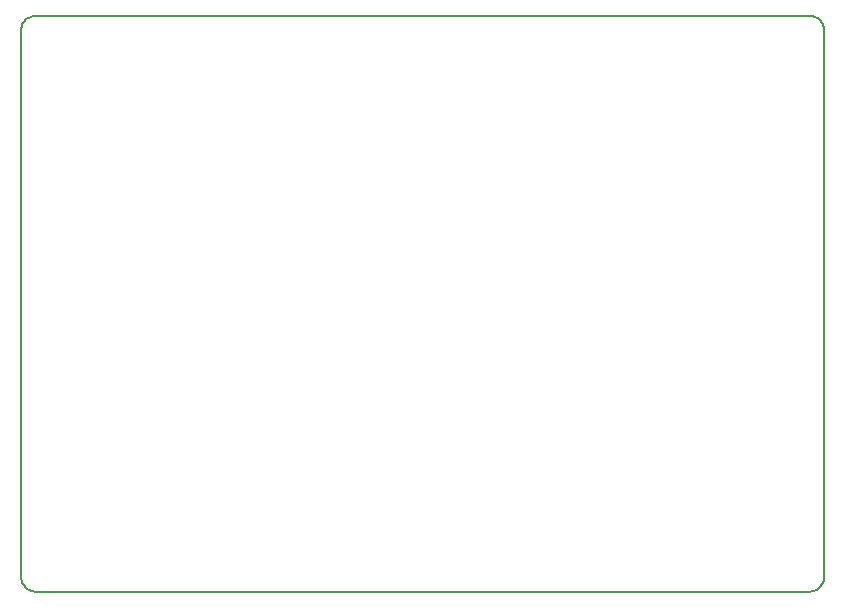
<source format=gbr>
G04 (created by PCBNEW-RS274X (2012-apr-16-27)-stable) date Saturday 07,June,2014 10:26:27 PM SGT*
G01*
G70*
G90*
%MOIN*%
G04 Gerber Fmt 3.4, Leading zero omitted, Abs format*
%FSLAX34Y34*%
G04 APERTURE LIST*
%ADD10C,0.006000*%
G04 APERTURE END LIST*
G54D10*
X70400Y-51270D02*
X70443Y-51268D01*
X70486Y-51262D01*
X70529Y-51252D01*
X70571Y-51239D01*
X70611Y-51223D01*
X70650Y-51203D01*
X70686Y-51179D01*
X70721Y-51153D01*
X70753Y-51123D01*
X70783Y-51091D01*
X70809Y-51056D01*
X70833Y-51019D01*
X70853Y-50981D01*
X70869Y-50941D01*
X70882Y-50899D01*
X70892Y-50856D01*
X70898Y-50813D01*
X70900Y-50770D01*
X44130Y-50770D02*
X44132Y-50813D01*
X44138Y-50856D01*
X44148Y-50899D01*
X44161Y-50941D01*
X44177Y-50981D01*
X44197Y-51019D01*
X44221Y-51056D01*
X44247Y-51091D01*
X44277Y-51123D01*
X44309Y-51153D01*
X44344Y-51179D01*
X44381Y-51203D01*
X44419Y-51223D01*
X44459Y-51239D01*
X44501Y-51252D01*
X44544Y-51262D01*
X44587Y-51268D01*
X44630Y-51270D01*
X44630Y-32070D02*
X44587Y-32072D01*
X44544Y-32078D01*
X44501Y-32088D01*
X44459Y-32101D01*
X44419Y-32117D01*
X44381Y-32137D01*
X44344Y-32161D01*
X44309Y-32187D01*
X44277Y-32217D01*
X44247Y-32249D01*
X44221Y-32284D01*
X44197Y-32321D01*
X44177Y-32359D01*
X44161Y-32399D01*
X44148Y-32441D01*
X44138Y-32484D01*
X44132Y-32527D01*
X44130Y-32570D01*
X70900Y-32570D02*
X70898Y-32527D01*
X70892Y-32484D01*
X70882Y-32441D01*
X70869Y-32399D01*
X70853Y-32359D01*
X70833Y-32321D01*
X70809Y-32284D01*
X70783Y-32249D01*
X70753Y-32217D01*
X70721Y-32187D01*
X70686Y-32161D01*
X70650Y-32137D01*
X70611Y-32117D01*
X70571Y-32101D01*
X70529Y-32088D01*
X70486Y-32078D01*
X70443Y-32072D01*
X70400Y-32070D01*
X44130Y-50770D02*
X44130Y-32570D01*
X70420Y-51270D02*
X44630Y-51270D01*
X70900Y-32570D02*
X70900Y-50770D01*
X44630Y-32070D02*
X70420Y-32070D01*
M02*

</source>
